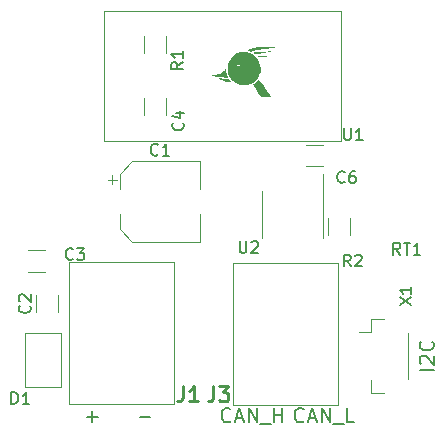
<source format=gbr>
%TF.GenerationSoftware,KiCad,Pcbnew,(6.0.8-1)-1*%
%TF.CreationDate,2024-02-06T23:44:39-06:00*%
%TF.ProjectId,openmv_can_shield,6f70656e-6d76-45f6-9361-6e5f73686965,rev?*%
%TF.SameCoordinates,Original*%
%TF.FileFunction,Legend,Top*%
%TF.FilePolarity,Positive*%
%FSLAX46Y46*%
G04 Gerber Fmt 4.6, Leading zero omitted, Abs format (unit mm)*
G04 Created by KiCad (PCBNEW (6.0.8-1)-1) date 2024-02-06 23:44:39*
%MOMM*%
%LPD*%
G01*
G04 APERTURE LIST*
%ADD10C,0.180000*%
%ADD11C,0.150000*%
%ADD12C,0.254000*%
%ADD13C,0.120000*%
%ADD14C,0.100000*%
G04 APERTURE END LIST*
D10*
X130098857Y-116062114D02*
X131013142Y-116062114D01*
X130556000Y-116519257D02*
X130556000Y-115604971D01*
X142262457Y-116404971D02*
X142205314Y-116462114D01*
X142033885Y-116519257D01*
X141919600Y-116519257D01*
X141748171Y-116462114D01*
X141633885Y-116347828D01*
X141576742Y-116233542D01*
X141519600Y-116004971D01*
X141519600Y-115833542D01*
X141576742Y-115604971D01*
X141633885Y-115490685D01*
X141748171Y-115376400D01*
X141919600Y-115319257D01*
X142033885Y-115319257D01*
X142205314Y-115376400D01*
X142262457Y-115433542D01*
X142719600Y-116176400D02*
X143291028Y-116176400D01*
X142605314Y-116519257D02*
X143005314Y-115319257D01*
X143405314Y-116519257D01*
X143805314Y-116519257D02*
X143805314Y-115319257D01*
X144491028Y-116519257D01*
X144491028Y-115319257D01*
X144776742Y-116633542D02*
X145691028Y-116633542D01*
X145976742Y-116519257D02*
X145976742Y-115319257D01*
X145976742Y-115890685D02*
X146662457Y-115890685D01*
X146662457Y-116519257D02*
X146662457Y-115319257D01*
X134569257Y-116062114D02*
X135483542Y-116062114D01*
X159470657Y-112093228D02*
X158270657Y-112093228D01*
X158384942Y-111578942D02*
X158327800Y-111521800D01*
X158270657Y-111407514D01*
X158270657Y-111121800D01*
X158327800Y-111007514D01*
X158384942Y-110950371D01*
X158499228Y-110893228D01*
X158613514Y-110893228D01*
X158784942Y-110950371D01*
X159470657Y-111636085D01*
X159470657Y-110893228D01*
X159356371Y-109693228D02*
X159413514Y-109750371D01*
X159470657Y-109921800D01*
X159470657Y-110036085D01*
X159413514Y-110207514D01*
X159299228Y-110321800D01*
X159184942Y-110378942D01*
X158956371Y-110436085D01*
X158784942Y-110436085D01*
X158556371Y-110378942D01*
X158442085Y-110321800D01*
X158327800Y-110207514D01*
X158270657Y-110036085D01*
X158270657Y-109921800D01*
X158327800Y-109750371D01*
X158384942Y-109693228D01*
X148450514Y-116404971D02*
X148393371Y-116462114D01*
X148221942Y-116519257D01*
X148107657Y-116519257D01*
X147936228Y-116462114D01*
X147821942Y-116347828D01*
X147764800Y-116233542D01*
X147707657Y-116004971D01*
X147707657Y-115833542D01*
X147764800Y-115604971D01*
X147821942Y-115490685D01*
X147936228Y-115376400D01*
X148107657Y-115319257D01*
X148221942Y-115319257D01*
X148393371Y-115376400D01*
X148450514Y-115433542D01*
X148907657Y-116176400D02*
X149479085Y-116176400D01*
X148793371Y-116519257D02*
X149193371Y-115319257D01*
X149593371Y-116519257D01*
X149993371Y-116519257D02*
X149993371Y-115319257D01*
X150679085Y-116519257D01*
X150679085Y-115319257D01*
X150964800Y-116633542D02*
X151879085Y-116633542D01*
X152736228Y-116519257D02*
X152164800Y-116519257D01*
X152164800Y-115319257D01*
D11*
%TO.C,U2*%
X143027495Y-101179380D02*
X143027495Y-101988904D01*
X143075114Y-102084142D01*
X143122733Y-102131761D01*
X143217971Y-102179380D01*
X143408447Y-102179380D01*
X143503685Y-102131761D01*
X143551304Y-102084142D01*
X143598923Y-101988904D01*
X143598923Y-101179380D01*
X144027495Y-101274619D02*
X144075114Y-101227000D01*
X144170352Y-101179380D01*
X144408447Y-101179380D01*
X144503685Y-101227000D01*
X144551304Y-101274619D01*
X144598923Y-101369857D01*
X144598923Y-101465095D01*
X144551304Y-101607952D01*
X143979876Y-102179380D01*
X144598923Y-102179380D01*
%TO.C,R1*%
X138247380Y-86044066D02*
X137771190Y-86377400D01*
X138247380Y-86615495D02*
X137247380Y-86615495D01*
X137247380Y-86234542D01*
X137295000Y-86139304D01*
X137342619Y-86091685D01*
X137437857Y-86044066D01*
X137580714Y-86044066D01*
X137675952Y-86091685D01*
X137723571Y-86139304D01*
X137771190Y-86234542D01*
X137771190Y-86615495D01*
X138247380Y-85091685D02*
X138247380Y-85663114D01*
X138247380Y-85377400D02*
X137247380Y-85377400D01*
X137390238Y-85472638D01*
X137485476Y-85567876D01*
X137533095Y-85663114D01*
%TO.C,C4*%
X138228342Y-91174866D02*
X138275961Y-91222485D01*
X138323580Y-91365342D01*
X138323580Y-91460580D01*
X138275961Y-91603438D01*
X138180723Y-91698676D01*
X138085485Y-91746295D01*
X137895009Y-91793914D01*
X137752152Y-91793914D01*
X137561676Y-91746295D01*
X137466438Y-91698676D01*
X137371200Y-91603438D01*
X137323580Y-91460580D01*
X137323580Y-91365342D01*
X137371200Y-91222485D01*
X137418819Y-91174866D01*
X137656914Y-90317723D02*
X138323580Y-90317723D01*
X137275961Y-90555819D02*
X137990247Y-90793914D01*
X137990247Y-90174866D01*
%TO.C,C3*%
X128916133Y-102693742D02*
X128868514Y-102741361D01*
X128725657Y-102788980D01*
X128630419Y-102788980D01*
X128487561Y-102741361D01*
X128392323Y-102646123D01*
X128344704Y-102550885D01*
X128297085Y-102360409D01*
X128297085Y-102217552D01*
X128344704Y-102027076D01*
X128392323Y-101931838D01*
X128487561Y-101836600D01*
X128630419Y-101788980D01*
X128725657Y-101788980D01*
X128868514Y-101836600D01*
X128916133Y-101884219D01*
X129249466Y-101788980D02*
X129868514Y-101788980D01*
X129535180Y-102169933D01*
X129678038Y-102169933D01*
X129773276Y-102217552D01*
X129820895Y-102265171D01*
X129868514Y-102360409D01*
X129868514Y-102598504D01*
X129820895Y-102693742D01*
X129773276Y-102741361D01*
X129678038Y-102788980D01*
X129392323Y-102788980D01*
X129297085Y-102741361D01*
X129249466Y-102693742D01*
%TO.C,R2*%
X152436533Y-103322380D02*
X152103200Y-102846190D01*
X151865104Y-103322380D02*
X151865104Y-102322380D01*
X152246057Y-102322380D01*
X152341295Y-102370000D01*
X152388914Y-102417619D01*
X152436533Y-102512857D01*
X152436533Y-102655714D01*
X152388914Y-102750952D01*
X152341295Y-102798571D01*
X152246057Y-102846190D01*
X151865104Y-102846190D01*
X152817485Y-102417619D02*
X152865104Y-102370000D01*
X152960342Y-102322380D01*
X153198438Y-102322380D01*
X153293676Y-102370000D01*
X153341295Y-102417619D01*
X153388914Y-102512857D01*
X153388914Y-102608095D01*
X153341295Y-102750952D01*
X152769866Y-103322380D01*
X153388914Y-103322380D01*
%TO.C,C2*%
X125253142Y-106643466D02*
X125300761Y-106691085D01*
X125348380Y-106833942D01*
X125348380Y-106929180D01*
X125300761Y-107072038D01*
X125205523Y-107167276D01*
X125110285Y-107214895D01*
X124919809Y-107262514D01*
X124776952Y-107262514D01*
X124586476Y-107214895D01*
X124491238Y-107167276D01*
X124396000Y-107072038D01*
X124348380Y-106929180D01*
X124348380Y-106833942D01*
X124396000Y-106691085D01*
X124443619Y-106643466D01*
X124443619Y-106262514D02*
X124396000Y-106214895D01*
X124348380Y-106119657D01*
X124348380Y-105881561D01*
X124396000Y-105786323D01*
X124443619Y-105738704D01*
X124538857Y-105691085D01*
X124634095Y-105691085D01*
X124776952Y-105738704D01*
X125348380Y-106310133D01*
X125348380Y-105691085D01*
%TO.C,RT1*%
X156627580Y-102331780D02*
X156294247Y-101855590D01*
X156056152Y-102331780D02*
X156056152Y-101331780D01*
X156437104Y-101331780D01*
X156532342Y-101379400D01*
X156579961Y-101427019D01*
X156627580Y-101522257D01*
X156627580Y-101665114D01*
X156579961Y-101760352D01*
X156532342Y-101807971D01*
X156437104Y-101855590D01*
X156056152Y-101855590D01*
X156913295Y-101331780D02*
X157484723Y-101331780D01*
X157199009Y-102331780D02*
X157199009Y-101331780D01*
X158341866Y-102331780D02*
X157770438Y-102331780D01*
X158056152Y-102331780D02*
X158056152Y-101331780D01*
X157960914Y-101474638D01*
X157865676Y-101569876D01*
X157770438Y-101617495D01*
%TO.C,X1*%
X156576780Y-106625923D02*
X157576780Y-105959257D01*
X156576780Y-105959257D02*
X157576780Y-106625923D01*
X157576780Y-105054495D02*
X157576780Y-105625923D01*
X157576780Y-105340209D02*
X156576780Y-105340209D01*
X156719638Y-105435447D01*
X156814876Y-105530685D01*
X156862495Y-105625923D01*
D12*
%TO.C,J1*%
X138235266Y-113477523D02*
X138235266Y-114384666D01*
X138174790Y-114566095D01*
X138053838Y-114687047D01*
X137872409Y-114747523D01*
X137751457Y-114747523D01*
X139505266Y-114747523D02*
X138779552Y-114747523D01*
X139142409Y-114747523D02*
X139142409Y-113477523D01*
X139021457Y-113658952D01*
X138900504Y-113779904D01*
X138779552Y-113840380D01*
D11*
%TO.C,C1*%
X136129733Y-93847942D02*
X136082114Y-93895561D01*
X135939257Y-93943180D01*
X135844019Y-93943180D01*
X135701161Y-93895561D01*
X135605923Y-93800323D01*
X135558304Y-93705085D01*
X135510685Y-93514609D01*
X135510685Y-93371752D01*
X135558304Y-93181276D01*
X135605923Y-93086038D01*
X135701161Y-92990800D01*
X135844019Y-92943180D01*
X135939257Y-92943180D01*
X136082114Y-92990800D01*
X136129733Y-93038419D01*
X137082114Y-93943180D02*
X136510685Y-93943180D01*
X136796400Y-93943180D02*
X136796400Y-92943180D01*
X136701161Y-93086038D01*
X136605923Y-93181276D01*
X136510685Y-93228895D01*
D12*
%TO.C,J3*%
X140800666Y-113477523D02*
X140800666Y-114384666D01*
X140740190Y-114566095D01*
X140619238Y-114687047D01*
X140437809Y-114747523D01*
X140316857Y-114747523D01*
X141284476Y-113477523D02*
X142070666Y-113477523D01*
X141647333Y-113961333D01*
X141828761Y-113961333D01*
X141949714Y-114021809D01*
X142010190Y-114082285D01*
X142070666Y-114203238D01*
X142070666Y-114505619D01*
X142010190Y-114626571D01*
X141949714Y-114687047D01*
X141828761Y-114747523D01*
X141465904Y-114747523D01*
X141344952Y-114687047D01*
X141284476Y-114626571D01*
D11*
%TO.C,C6*%
X151928533Y-96165942D02*
X151880914Y-96213561D01*
X151738057Y-96261180D01*
X151642819Y-96261180D01*
X151499961Y-96213561D01*
X151404723Y-96118323D01*
X151357104Y-96023085D01*
X151309485Y-95832609D01*
X151309485Y-95689752D01*
X151357104Y-95499276D01*
X151404723Y-95404038D01*
X151499961Y-95308800D01*
X151642819Y-95261180D01*
X151738057Y-95261180D01*
X151880914Y-95308800D01*
X151928533Y-95356419D01*
X152785676Y-95261180D02*
X152595200Y-95261180D01*
X152499961Y-95308800D01*
X152452342Y-95356419D01*
X152357104Y-95499276D01*
X152309485Y-95689752D01*
X152309485Y-96070704D01*
X152357104Y-96165942D01*
X152404723Y-96213561D01*
X152499961Y-96261180D01*
X152690438Y-96261180D01*
X152785676Y-96213561D01*
X152833295Y-96165942D01*
X152880914Y-96070704D01*
X152880914Y-95832609D01*
X152833295Y-95737371D01*
X152785676Y-95689752D01*
X152690438Y-95642133D01*
X152499961Y-95642133D01*
X152404723Y-95689752D01*
X152357104Y-95737371D01*
X152309485Y-95832609D01*
%TO.C,U1*%
X151892095Y-91628980D02*
X151892095Y-92438504D01*
X151939714Y-92533742D01*
X151987333Y-92581361D01*
X152082571Y-92628980D01*
X152273047Y-92628980D01*
X152368285Y-92581361D01*
X152415904Y-92533742D01*
X152463523Y-92438504D01*
X152463523Y-91628980D01*
X153463523Y-92628980D02*
X152892095Y-92628980D01*
X153177809Y-92628980D02*
X153177809Y-91628980D01*
X153082571Y-91771838D01*
X152987333Y-91867076D01*
X152892095Y-91914695D01*
%TO.C,D1*%
X123721904Y-114980980D02*
X123721904Y-113980980D01*
X123960000Y-113980980D01*
X124102857Y-114028600D01*
X124198095Y-114123838D01*
X124245714Y-114219076D01*
X124293333Y-114409552D01*
X124293333Y-114552409D01*
X124245714Y-114742885D01*
X124198095Y-114838123D01*
X124102857Y-114933361D01*
X123960000Y-114980980D01*
X123721904Y-114980980D01*
X125245714Y-114980980D02*
X124674285Y-114980980D01*
X124960000Y-114980980D02*
X124960000Y-113980980D01*
X124864761Y-114123838D01*
X124769523Y-114219076D01*
X124674285Y-114266695D01*
D13*
%TO.C,U2*%
X144937800Y-98933000D02*
X144937800Y-96983000D01*
X150057800Y-98933000D02*
X150057800Y-100883000D01*
X150057800Y-98933000D02*
X150057800Y-95483000D01*
X144937800Y-98933000D02*
X144937800Y-100883000D01*
%TO.C,R1*%
X134954600Y-85283664D02*
X134954600Y-83829536D01*
X136774600Y-85283664D02*
X136774600Y-83829536D01*
%TO.C,C4*%
X134954600Y-90473052D02*
X134954600Y-89050548D01*
X136774600Y-90473052D02*
X136774600Y-89050548D01*
%TO.C,C3*%
X125145748Y-101960000D02*
X126568252Y-101960000D01*
X125145748Y-103780000D02*
X126568252Y-103780000D01*
%TO.C,R2*%
X150524800Y-100650664D02*
X150524800Y-99196536D01*
X152344800Y-100650664D02*
X152344800Y-99196536D01*
%TO.C,C2*%
X125836000Y-107188052D02*
X125836000Y-105765548D01*
X127656000Y-107188052D02*
X127656000Y-105765548D01*
%TO.C,X1*%
X155284800Y-107811800D02*
X154134800Y-107811800D01*
X155284800Y-114031800D02*
X154134800Y-114031800D01*
X154134800Y-108861800D02*
X153144800Y-108861800D01*
X157254800Y-108981800D02*
X157254800Y-112861800D01*
X154134800Y-107811800D02*
X154134800Y-108861800D01*
X154134800Y-114031800D02*
X154134800Y-112981800D01*
D14*
%TO.C,J1*%
X128549400Y-114986800D02*
X137439400Y-114986800D01*
X128549400Y-102986800D02*
X128549400Y-114986800D01*
X137439400Y-114986800D02*
X137439400Y-102986800D01*
X137439400Y-102986800D02*
X128549400Y-102986800D01*
%TO.C,G\u002A\u002A\u002A*%
G36*
X145702929Y-85128044D02*
G01*
X145817394Y-85132972D01*
X145884637Y-85142824D01*
X145898140Y-85155482D01*
X145857915Y-85173057D01*
X145775246Y-85184572D01*
X145704573Y-85187192D01*
X145573059Y-85193761D01*
X145393259Y-85212233D01*
X145178796Y-85240756D01*
X144943294Y-85277481D01*
X144700378Y-85320556D01*
X144644856Y-85331173D01*
X144510632Y-85356901D01*
X144422859Y-85370074D01*
X144365574Y-85369417D01*
X144322819Y-85353651D01*
X144278633Y-85321499D01*
X144252068Y-85299740D01*
X144159805Y-85224306D01*
X144299634Y-85207828D01*
X144504592Y-85186151D01*
X144722345Y-85167433D01*
X144944317Y-85151953D01*
X145161935Y-85139994D01*
X145366625Y-85131835D01*
X145549814Y-85127758D01*
X145702929Y-85128044D01*
G37*
G36*
X141331847Y-87393201D02*
G01*
X141402309Y-87404295D01*
X141518445Y-87416428D01*
X141662568Y-87427940D01*
X141780195Y-87435266D01*
X141936351Y-87444776D01*
X142043019Y-87455330D01*
X142114093Y-87470251D01*
X142163467Y-87492860D01*
X142205032Y-87526478D01*
X142219021Y-87540171D01*
X142269176Y-87603010D01*
X142286402Y-87651599D01*
X142284095Y-87659085D01*
X142241790Y-87677206D01*
X142154436Y-87686402D01*
X142039850Y-87686105D01*
X141915850Y-87675750D01*
X141886779Y-87671722D01*
X141710609Y-87633148D01*
X141542422Y-87575097D01*
X141403844Y-87505848D01*
X141347029Y-87465087D01*
X141236716Y-87370352D01*
X141331847Y-87393201D01*
G37*
G36*
X144962633Y-85488067D02*
G01*
X145100130Y-85493404D01*
X145221021Y-85502349D01*
X145309347Y-85514534D01*
X145347921Y-85528079D01*
X145358423Y-85550359D01*
X145327599Y-85562695D01*
X145246256Y-85567547D01*
X145198926Y-85567942D01*
X145058546Y-85571427D01*
X144898584Y-85580148D01*
X144800653Y-85587967D01*
X144670032Y-85595394D01*
X144593717Y-85587030D01*
X144567578Y-85569777D01*
X144558940Y-85522402D01*
X144565755Y-85510114D01*
X144610091Y-85497359D01*
X144701654Y-85489678D01*
X144824488Y-85486702D01*
X144962633Y-85488067D01*
G37*
G36*
X142269519Y-85747077D02*
G01*
X142455995Y-85531763D01*
X142685213Y-85357639D01*
X142811925Y-85289529D01*
X143067294Y-85200910D01*
X143339212Y-85163431D01*
X143615071Y-85175375D01*
X143882265Y-85235023D01*
X144128188Y-85340657D01*
X144340234Y-85490562D01*
X144349558Y-85499038D01*
X144559232Y-85731438D01*
X144711060Y-85987625D01*
X144803815Y-86263625D01*
X144836271Y-86555464D01*
X144807202Y-86859168D01*
X144791447Y-86931262D01*
X144698248Y-87188122D01*
X144554251Y-87417312D01*
X144367824Y-87613996D01*
X144147336Y-87773337D01*
X143901158Y-87890496D01*
X143637659Y-87960637D01*
X143365207Y-87978923D01*
X143092173Y-87940516D01*
X143060062Y-87931950D01*
X142764824Y-87820540D01*
X142515584Y-87666399D01*
X142314249Y-87472020D01*
X142162728Y-87239897D01*
X142062929Y-86972521D01*
X142016762Y-86672387D01*
X142013620Y-86564931D01*
X142043623Y-86271183D01*
X142047042Y-86260356D01*
X142817344Y-86260356D01*
X142824241Y-86324793D01*
X142835884Y-86341963D01*
X142896146Y-86384031D01*
X142933221Y-86392186D01*
X142998823Y-86369312D01*
X143030558Y-86341963D01*
X143052394Y-86277574D01*
X143023832Y-86219892D01*
X142956703Y-86187861D01*
X142933221Y-86186069D01*
X142857614Y-86207798D01*
X142817344Y-86260356D01*
X142047042Y-86260356D01*
X142130492Y-85996058D01*
X142269519Y-85747077D01*
G37*
G36*
X145417034Y-84716160D02*
G01*
X145738754Y-84736246D01*
X146018038Y-84772218D01*
X146157560Y-84796652D01*
X146272138Y-84818497D01*
X146348429Y-84835096D01*
X146373077Y-84842946D01*
X146350792Y-84847648D01*
X146279818Y-84847924D01*
X146174732Y-84843779D01*
X146158048Y-84842842D01*
X145915891Y-84839711D01*
X145630113Y-84854015D01*
X145317484Y-84883829D01*
X144994776Y-84927227D01*
X144678761Y-84982283D01*
X144391897Y-85045649D01*
X144277944Y-85073387D01*
X144176395Y-85096968D01*
X144133233Y-85106324D01*
X144053635Y-85125041D01*
X144006391Y-85139159D01*
X143945079Y-85137049D01*
X143916242Y-85123924D01*
X143848882Y-85100025D01*
X143783344Y-85092547D01*
X143704288Y-85084397D01*
X143680575Y-85062951D01*
X143706164Y-85030856D01*
X143775016Y-84990762D01*
X143881090Y-84945316D01*
X144018345Y-84897167D01*
X144180741Y-84848963D01*
X144362238Y-84803354D01*
X144518403Y-84770266D01*
X144785695Y-84733142D01*
X145092293Y-84715116D01*
X145417034Y-84716160D01*
G37*
G36*
X144676670Y-87494121D02*
G01*
X144697475Y-87545896D01*
X144732784Y-87591559D01*
X144819179Y-87685312D01*
X144903421Y-87785918D01*
X144993688Y-87904249D01*
X145098160Y-88051174D01*
X145225017Y-88237563D01*
X145273906Y-88310663D01*
X145373650Y-88458382D01*
X145462612Y-88586563D01*
X145534381Y-88686253D01*
X145582545Y-88748493D01*
X145599233Y-88765178D01*
X145626690Y-88801575D01*
X145628601Y-88816789D01*
X145650861Y-88869970D01*
X145676167Y-88897305D01*
X145716030Y-88943080D01*
X145723733Y-88964608D01*
X145693970Y-88974803D01*
X145612457Y-88983178D01*
X145490853Y-88988988D01*
X145340818Y-88991484D01*
X145303570Y-88991512D01*
X144883408Y-88990587D01*
X144740711Y-88795533D01*
X144669961Y-88697296D01*
X144614138Y-88616959D01*
X144583865Y-88569861D01*
X144582159Y-88566557D01*
X144556578Y-88521665D01*
X144509205Y-88445357D01*
X144479101Y-88398497D01*
X144429085Y-88318327D01*
X144397541Y-88261543D01*
X144391897Y-88246589D01*
X144375315Y-88212465D01*
X144335465Y-88149532D01*
X144287188Y-88079676D01*
X144245329Y-88024778D01*
X144231032Y-88009415D01*
X144205451Y-87968929D01*
X144193151Y-87940050D01*
X144197325Y-87895888D01*
X144247998Y-87846243D01*
X144311417Y-87805680D01*
X144416000Y-87730783D01*
X144522159Y-87634130D01*
X144562723Y-87589651D01*
X144623604Y-87523378D01*
X144664988Y-87490448D01*
X144676670Y-87494121D01*
G37*
G36*
X141883243Y-86642334D02*
G01*
X141904151Y-86712814D01*
X141916630Y-86804709D01*
X141918056Y-86842983D01*
X141930937Y-86933614D01*
X141961369Y-87031934D01*
X141961913Y-87033245D01*
X142003474Y-87140236D01*
X142038434Y-87240438D01*
X142071532Y-87343497D01*
X141780966Y-87339086D01*
X141612906Y-87332105D01*
X141433089Y-87317657D01*
X141275969Y-87298623D01*
X141252571Y-87294901D01*
X141060075Y-87259702D01*
X140898461Y-87224219D01*
X140776136Y-87190697D01*
X140701504Y-87161384D01*
X140681785Y-87142338D01*
X140704996Y-87127211D01*
X140727301Y-87132205D01*
X140809467Y-87141820D01*
X140929452Y-87128959D01*
X141072648Y-87098283D01*
X141224448Y-87054450D01*
X141370243Y-87002120D01*
X141495426Y-86945953D01*
X141585387Y-86890606D01*
X141623828Y-86846254D01*
X141660342Y-86807853D01*
X141676126Y-86804330D01*
X141716304Y-86780155D01*
X141767752Y-86720920D01*
X141775792Y-86709290D01*
X141822653Y-86646630D01*
X141856013Y-86615127D01*
X141859298Y-86614250D01*
X141883243Y-86642334D01*
G37*
G36*
X147023857Y-88961721D02*
G01*
X146998158Y-88988976D01*
X146976292Y-88992436D01*
X146933984Y-88985651D01*
X146928726Y-88979973D01*
X146953522Y-88959526D01*
X146976292Y-88949258D01*
X147017124Y-88948599D01*
X147023857Y-88961721D01*
G37*
D13*
%TO.C,C1*%
X132886400Y-100186363D02*
X132886400Y-98900800D01*
X133950837Y-101250800D02*
X139706400Y-101250800D01*
X131858900Y-95993300D02*
X132646400Y-95993300D01*
X132886400Y-95495237D02*
X133950837Y-94430800D01*
X139706400Y-94430800D02*
X139706400Y-96780800D01*
X132252650Y-95599550D02*
X132252650Y-96387050D01*
X132886400Y-95495237D02*
X132886400Y-96780800D01*
X133950837Y-94430800D02*
X139706400Y-94430800D01*
X132886400Y-100186363D02*
X133950837Y-101250800D01*
X139706400Y-101250800D02*
X139706400Y-98900800D01*
D14*
%TO.C,J3*%
X142494000Y-103037600D02*
X142494000Y-115037600D01*
X151384000Y-115037600D02*
X151384000Y-103037600D01*
X142494000Y-115037600D02*
X151384000Y-115037600D01*
X151384000Y-103037600D02*
X142494000Y-103037600D01*
D13*
%TO.C,C6*%
X148666148Y-94864600D02*
X150088652Y-94864600D01*
X148666148Y-93044600D02*
X150088652Y-93044600D01*
%TO.C,U1*%
X131579600Y-81710000D02*
X151579600Y-81710000D01*
X151579600Y-81710000D02*
X151579600Y-92710000D01*
X151579600Y-92710000D02*
X131579600Y-92710000D01*
X131579600Y-92710000D02*
X131579600Y-81710000D01*
%TO.C,D1*%
X127889000Y-108991400D02*
X124841000Y-108991400D01*
X124841000Y-108991400D02*
X124841000Y-113563400D01*
X124841000Y-113563400D02*
X127889000Y-113563400D01*
X127889000Y-113563400D02*
X127889000Y-108991400D01*
%TD*%
M02*

</source>
